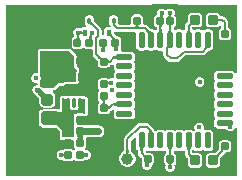
<source format=gtl>
G04*
G04 #@! TF.GenerationSoftware,Altium Limited,Altium Designer,21.8.1 (53)*
G04*
G04 Layer_Physical_Order=1*
G04 Layer_Color=255*
%FSLAX25Y25*%
%MOIN*%
G70*
G04*
G04 #@! TF.SameCoordinates,FA860FD0-AEA4-4FFE-92F8-4FAB6C871CC1*
G04*
G04*
G04 #@! TF.FilePolarity,Positive*
G04*
G01*
G75*
%ADD10C,0.00787*%
G04:AMPARAMS|DCode=13|XSize=23.62mil|YSize=25.59mil|CornerRadius=3.9mil|HoleSize=0mil|Usage=FLASHONLY|Rotation=180.000|XOffset=0mil|YOffset=0mil|HoleType=Round|Shape=RoundedRectangle|*
%AMROUNDEDRECTD13*
21,1,0.02362,0.01780,0,0,180.0*
21,1,0.01583,0.02559,0,0,180.0*
1,1,0.00780,-0.00791,0.00890*
1,1,0.00780,0.00791,0.00890*
1,1,0.00780,0.00791,-0.00890*
1,1,0.00780,-0.00791,-0.00890*
%
%ADD13ROUNDEDRECTD13*%
G04:AMPARAMS|DCode=14|XSize=16.54mil|YSize=19.68mil|CornerRadius=2.4mil|HoleSize=0mil|Usage=FLASHONLY|Rotation=180.000|XOffset=0mil|YOffset=0mil|HoleType=Round|Shape=RoundedRectangle|*
%AMROUNDEDRECTD14*
21,1,0.01654,0.01489,0,0,180.0*
21,1,0.01174,0.01968,0,0,180.0*
1,1,0.00480,-0.00587,0.00745*
1,1,0.00480,0.00587,0.00745*
1,1,0.00480,0.00587,-0.00745*
1,1,0.00480,-0.00587,-0.00745*
%
%ADD14ROUNDEDRECTD14*%
G04:AMPARAMS|DCode=15|XSize=12.6mil|YSize=19.68mil|CornerRadius=1.83mil|HoleSize=0mil|Usage=FLASHONLY|Rotation=180.000|XOffset=0mil|YOffset=0mil|HoleType=Round|Shape=RoundedRectangle|*
%AMROUNDEDRECTD15*
21,1,0.01260,0.01603,0,0,180.0*
21,1,0.00895,0.01968,0,0,180.0*
1,1,0.00365,-0.00447,0.00802*
1,1,0.00365,0.00447,0.00802*
1,1,0.00365,0.00447,-0.00802*
1,1,0.00365,-0.00447,-0.00802*
%
%ADD15ROUNDEDRECTD15*%
G04:AMPARAMS|DCode=16|XSize=19.68mil|YSize=55.12mil|CornerRadius=4.92mil|HoleSize=0mil|Usage=FLASHONLY|Rotation=0.000|XOffset=0mil|YOffset=0mil|HoleType=Round|Shape=RoundedRectangle|*
%AMROUNDEDRECTD16*
21,1,0.01968,0.04528,0,0,0.0*
21,1,0.00984,0.05512,0,0,0.0*
1,1,0.00984,0.00492,-0.02264*
1,1,0.00984,-0.00492,-0.02264*
1,1,0.00984,-0.00492,0.02264*
1,1,0.00984,0.00492,0.02264*
%
%ADD16ROUNDEDRECTD16*%
G04:AMPARAMS|DCode=17|XSize=19.68mil|YSize=55.12mil|CornerRadius=4.92mil|HoleSize=0mil|Usage=FLASHONLY|Rotation=270.000|XOffset=0mil|YOffset=0mil|HoleType=Round|Shape=RoundedRectangle|*
%AMROUNDEDRECTD17*
21,1,0.01968,0.04528,0,0,270.0*
21,1,0.00984,0.05512,0,0,270.0*
1,1,0.00984,-0.02264,-0.00492*
1,1,0.00984,-0.02264,0.00492*
1,1,0.00984,0.02264,0.00492*
1,1,0.00984,0.02264,-0.00492*
%
%ADD17ROUNDEDRECTD17*%
G04:AMPARAMS|DCode=18|XSize=23.62mil|YSize=25.59mil|CornerRadius=3.9mil|HoleSize=0mil|Usage=FLASHONLY|Rotation=270.000|XOffset=0mil|YOffset=0mil|HoleType=Round|Shape=RoundedRectangle|*
%AMROUNDEDRECTD18*
21,1,0.02362,0.01780,0,0,270.0*
21,1,0.01583,0.02559,0,0,270.0*
1,1,0.00780,-0.00890,-0.00791*
1,1,0.00780,-0.00890,0.00791*
1,1,0.00780,0.00890,0.00791*
1,1,0.00780,0.00890,-0.00791*
%
%ADD18ROUNDEDRECTD18*%
G04:AMPARAMS|DCode=19|XSize=37.4mil|YSize=37.4mil|CornerRadius=5.98mil|HoleSize=0mil|Usage=FLASHONLY|Rotation=180.000|XOffset=0mil|YOffset=0mil|HoleType=Round|Shape=RoundedRectangle|*
%AMROUNDEDRECTD19*
21,1,0.03740,0.02543,0,0,180.0*
21,1,0.02543,0.03740,0,0,180.0*
1,1,0.01197,-0.01272,0.01272*
1,1,0.01197,0.01272,0.01272*
1,1,0.01197,0.01272,-0.01272*
1,1,0.01197,-0.01272,-0.01272*
%
%ADD19ROUNDEDRECTD19*%
G04:AMPARAMS|DCode=20|XSize=31.5mil|YSize=31.5mil|CornerRadius=3.94mil|HoleSize=0mil|Usage=FLASHONLY|Rotation=270.000|XOffset=0mil|YOffset=0mil|HoleType=Round|Shape=RoundedRectangle|*
%AMROUNDEDRECTD20*
21,1,0.03150,0.02362,0,0,270.0*
21,1,0.02362,0.03150,0,0,270.0*
1,1,0.00787,-0.01181,-0.01181*
1,1,0.00787,-0.01181,0.01181*
1,1,0.00787,0.01181,0.01181*
1,1,0.00787,0.01181,-0.01181*
%
%ADD20ROUNDEDRECTD20*%
G04:AMPARAMS|DCode=23|XSize=57.09mil|YSize=45.28mil|CornerRadius=5.89mil|HoleSize=0mil|Usage=FLASHONLY|Rotation=0.000|XOffset=0mil|YOffset=0mil|HoleType=Round|Shape=RoundedRectangle|*
%AMROUNDEDRECTD23*
21,1,0.05709,0.03350,0,0,0.0*
21,1,0.04532,0.04528,0,0,0.0*
1,1,0.01177,0.02266,-0.01675*
1,1,0.01177,-0.02266,-0.01675*
1,1,0.01177,-0.02266,0.01675*
1,1,0.01177,0.02266,0.01675*
%
%ADD23ROUNDEDRECTD23*%
%ADD24C,0.03937*%
G04:AMPARAMS|DCode=37|XSize=13.78mil|YSize=33.47mil|CornerRadius=2.27mil|HoleSize=0mil|Usage=FLASHONLY|Rotation=0.000|XOffset=0mil|YOffset=0mil|HoleType=Round|Shape=RoundedRectangle|*
%AMROUNDEDRECTD37*
21,1,0.01378,0.02892,0,0,0.0*
21,1,0.00923,0.03347,0,0,0.0*
1,1,0.00455,0.00462,-0.01446*
1,1,0.00455,-0.00462,-0.01446*
1,1,0.00455,-0.00462,0.01446*
1,1,0.00455,0.00462,0.01446*
%
%ADD37ROUNDEDRECTD37*%
G04:AMPARAMS|DCode=38|XSize=40.16mil|YSize=62.99mil|CornerRadius=2.01mil|HoleSize=0mil|Usage=FLASHONLY|Rotation=270.000|XOffset=0mil|YOffset=0mil|HoleType=Round|Shape=RoundedRectangle|*
%AMROUNDEDRECTD38*
21,1,0.04016,0.05898,0,0,270.0*
21,1,0.03614,0.06299,0,0,270.0*
1,1,0.00402,-0.02949,-0.01807*
1,1,0.00402,-0.02949,0.01807*
1,1,0.00402,0.02949,0.01807*
1,1,0.00402,0.02949,-0.01807*
%
%ADD38ROUNDEDRECTD38*%
%ADD39C,0.01575*%
%ADD40C,0.02362*%
%ADD41C,0.01575*%
G36*
X77741Y5863D02*
X77498Y5784D01*
X77241Y5779D01*
X77002Y6136D01*
X76580Y6418D01*
X76083Y6517D01*
X71555D01*
X71057Y6418D01*
X70635Y6136D01*
X70354Y5714D01*
X70254Y5217D01*
Y4232D01*
X70354Y3735D01*
X70635Y3313D01*
Y2987D01*
X70354Y2565D01*
X70254Y2067D01*
Y1083D01*
X70354Y585D01*
X70635Y163D01*
Y-163D01*
X70354Y-585D01*
X70254Y-1083D01*
Y-2067D01*
X70354Y-2565D01*
X70508Y-2796D01*
X70595Y-3150D01*
X70508Y-3503D01*
X70354Y-3735D01*
X70254Y-4232D01*
Y-5217D01*
X70354Y-5714D01*
X70508Y-5946D01*
X70595Y-6299D01*
X70508Y-6653D01*
X70354Y-6884D01*
X70254Y-7382D01*
Y-8366D01*
X70354Y-8864D01*
X70508Y-9095D01*
X70595Y-9449D01*
X70508Y-9802D01*
X70354Y-10034D01*
X70254Y-10531D01*
Y-11516D01*
X70354Y-12014D01*
X70635Y-12435D01*
X71057Y-12717D01*
X71555Y-12816D01*
X74144D01*
X74259Y-13094D01*
X74701Y-13536D01*
X75278Y-13776D01*
X75903D01*
X76480Y-13536D01*
X76922Y-13094D01*
X77161Y-12517D01*
X77241Y-12415D01*
X77548Y-12488D01*
X77741Y-12643D01*
Y-28528D01*
X803D01*
Y28528D01*
X77741D01*
Y5863D01*
D02*
G37*
G36*
X75965Y-11512D02*
X74931Y-11775D01*
X74948Y-11741D01*
X74957Y-11704D01*
X74958Y-11664D01*
X74950Y-11620D01*
X74934Y-11575D01*
X74910Y-11526D01*
X74877Y-11474D01*
X74836Y-11420D01*
X74787Y-11362D01*
X74729Y-11302D01*
X75364Y-10824D01*
X75965Y-11512D01*
D02*
G37*
%LPC*%
G36*
X55836Y27256D02*
X55211D01*
X54634Y27017D01*
X54466Y26849D01*
X54140Y26613D01*
X53813Y26849D01*
X53646Y27017D01*
X53068Y27256D01*
X52443D01*
X51866Y27017D01*
X51424Y26575D01*
X51185Y25997D01*
Y25373D01*
X51081Y25177D01*
X50818Y25125D01*
X50430Y24866D01*
X50170Y24477D01*
X50079Y24020D01*
Y22240D01*
X50170Y21782D01*
X50430Y21394D01*
X50818Y21135D01*
X51162Y21067D01*
Y20254D01*
X50711Y19980D01*
X50700Y19977D01*
X50434Y20043D01*
X50202Y20198D01*
X49705Y20297D01*
X49376D01*
X49366Y20303D01*
X49259Y20383D01*
X48997Y20612D01*
X48095Y21514D01*
X47706Y21774D01*
X47247Y21866D01*
X46882D01*
X46574Y22240D01*
Y24020D01*
X46483Y24477D01*
X46224Y24866D01*
X45836Y25125D01*
X45378Y25216D01*
X43795D01*
X43338Y25125D01*
X42949Y24866D01*
X42690Y24477D01*
X42599Y24020D01*
Y22240D01*
X42292Y21866D01*
X38475D01*
X38131Y22256D01*
X38145Y22328D01*
Y23932D01*
X38070Y24308D01*
X37856Y24628D01*
X37537Y24842D01*
X37160Y24917D01*
X36265D01*
X35888Y24842D01*
X35569Y24628D01*
X35355Y24308D01*
X35280Y23932D01*
Y22328D01*
X35355Y21951D01*
X35569Y21632D01*
X35703Y21542D01*
X35715Y21481D01*
X35452Y21046D01*
X35444Y21040D01*
X35344Y20981D01*
X34551D01*
X34152Y20901D01*
X33813Y20675D01*
X33587Y20337D01*
X33507Y19937D01*
Y18593D01*
X33122Y18255D01*
X33086Y18237D01*
X32795Y18339D01*
Y20020D01*
X32703Y20479D01*
X32443Y20868D01*
X30268Y23044D01*
X30160Y23160D01*
X30087Y23251D01*
X30074Y23270D01*
Y23932D01*
X29999Y24308D01*
X29785Y24628D01*
X29466Y24842D01*
X29089Y24917D01*
X28194D01*
X27817Y24842D01*
X27498Y24628D01*
X27284Y24308D01*
X27209Y23932D01*
Y22328D01*
X27284Y21951D01*
X27498Y21632D01*
X27741Y21469D01*
X27700Y21235D01*
X27700D01*
X27654Y20981D01*
X27632Y20981D01*
X26480D01*
X26081Y20901D01*
X25742Y20675D01*
X25674Y20573D01*
X25214Y20764D01*
X24589D01*
X24012Y20525D01*
X23570Y20083D01*
X23331Y19505D01*
Y18880D01*
X23543Y18369D01*
X23498Y18099D01*
X23393Y17800D01*
X23067Y17582D01*
X22808Y17194D01*
X22717Y16736D01*
Y14957D01*
X22808Y14499D01*
X23067Y14111D01*
X23456Y13852D01*
X23913Y13760D01*
X25496D01*
X25954Y13852D01*
X26342Y14111D01*
X26373Y14157D01*
X26974D01*
X27005Y14111D01*
X27393Y13852D01*
X27850Y13760D01*
X29433D01*
X29808Y13453D01*
Y11906D01*
X29899Y11446D01*
X30159Y11057D01*
X31208Y10008D01*
X31329Y9878D01*
X31379Y9817D01*
Y8658D01*
X31470Y8200D01*
X31729Y7812D01*
X32117Y7552D01*
X32575Y7461D01*
X34354D01*
X34812Y7552D01*
X35200Y7812D01*
X35460Y8200D01*
X35469Y8249D01*
X35531D01*
X35991Y8340D01*
X36318Y8559D01*
X36581Y8465D01*
X36790Y8303D01*
Y7382D01*
X36889Y6884D01*
X37044Y6653D01*
X37131Y6299D01*
X37044Y5946D01*
X36889Y5714D01*
X36790Y5217D01*
Y4286D01*
X36662Y4146D01*
X36340Y3931D01*
X36336Y3933D01*
X35711D01*
X35134Y3694D01*
X35107Y3668D01*
X35010Y3732D01*
X35009Y3733D01*
X35009Y3734D01*
X34812Y3865D01*
X34354Y3956D01*
X32575D01*
X32117Y3865D01*
X31729Y3606D01*
X31470Y3218D01*
X31379Y2760D01*
Y1177D01*
X31470Y719D01*
X31729Y331D01*
X31775Y301D01*
Y-301D01*
X31729Y-331D01*
X31470Y-719D01*
X31379Y-1177D01*
Y-2760D01*
X31470Y-3218D01*
X31729Y-3606D01*
X31854Y-3689D01*
Y-4284D01*
X31729Y-4367D01*
X31470Y-4755D01*
X31379Y-5213D01*
Y-6795D01*
X31470Y-7253D01*
X31729Y-7641D01*
X32117Y-7900D01*
X32575Y-7992D01*
X34354D01*
X34812Y-7900D01*
X35200Y-7641D01*
X35460Y-7253D01*
X35517Y-6966D01*
X35923Y-6885D01*
X36313Y-6625D01*
X36498Y-6440D01*
X36808Y-6554D01*
X36938Y-6811D01*
X36889Y-6884D01*
X36790Y-7382D01*
Y-8366D01*
X36889Y-8864D01*
X37171Y-9286D01*
X37593Y-9568D01*
X38091Y-9667D01*
X42618D01*
X43116Y-9568D01*
X43538Y-9286D01*
X43820Y-8864D01*
X43919Y-8366D01*
Y-7382D01*
X43820Y-6884D01*
X43538Y-6462D01*
X43665Y-5946D01*
X43820Y-5714D01*
X43919Y-5217D01*
Y-4232D01*
X43820Y-3735D01*
X43665Y-3503D01*
X43578Y-3150D01*
X43665Y-2796D01*
X43820Y-2565D01*
X43919Y-2067D01*
Y-1083D01*
X43820Y-585D01*
X43665Y-353D01*
X43578Y0D01*
X43665Y353D01*
X43820Y585D01*
X43919Y1083D01*
Y2067D01*
X43820Y2565D01*
X43665Y2796D01*
X43578Y3150D01*
X43665Y3503D01*
X43820Y3735D01*
X43919Y4232D01*
Y5217D01*
X43820Y5714D01*
X43665Y5946D01*
X43578Y6299D01*
X43665Y6653D01*
X43820Y6884D01*
X43919Y7382D01*
Y8366D01*
X43820Y8864D01*
X43538Y9286D01*
Y9612D01*
X43820Y10034D01*
X43919Y10531D01*
Y11516D01*
X43820Y12014D01*
X43538Y12435D01*
X43116Y12717D01*
X42618Y12816D01*
X39530D01*
X39252Y13232D01*
X39268Y13270D01*
Y13895D01*
X39087Y14331D01*
X39200Y14499D01*
X39291Y14957D01*
Y16736D01*
X39200Y17194D01*
X38940Y17582D01*
X38552Y17841D01*
X38094Y17932D01*
X37771D01*
X37761Y17980D01*
X37501Y18370D01*
X36957Y18914D01*
X36918Y18956D01*
X36937Y19334D01*
X36937Y19334D01*
X37438Y19557D01*
X37898Y19465D01*
X43970D01*
X44287Y19079D01*
X44270Y18996D01*
Y14469D01*
X44369Y13971D01*
X44651Y13549D01*
X45073Y13267D01*
X45571Y13168D01*
X46555D01*
X47053Y13267D01*
X47284Y13422D01*
X47638Y13509D01*
X47991Y13422D01*
X48223Y13267D01*
X48720Y13168D01*
X49705D01*
X50202Y13267D01*
X50434Y13422D01*
X50787Y13509D01*
X51141Y13422D01*
X51372Y13267D01*
X51870Y13168D01*
X52854D01*
X52937Y13184D01*
X53323Y12867D01*
Y11790D01*
X53415Y11331D01*
X53675Y10942D01*
X54921Y9696D01*
X55310Y9436D01*
X55770Y9344D01*
X57870D01*
X58330Y9436D01*
X58719Y9696D01*
X59948Y10925D01*
X59965Y10936D01*
X60628Y11599D01*
X66395D01*
X66855Y11690D01*
X67244Y11951D01*
X68429Y13136D01*
X68451Y13168D01*
X68602D01*
X69100Y13267D01*
X69522Y13549D01*
X69804Y13971D01*
X69903Y14469D01*
Y18996D01*
X69804Y19494D01*
X69522Y19916D01*
X69100Y20198D01*
X68602Y20297D01*
X67618D01*
X67120Y20198D01*
X66698Y19916D01*
X66182Y20043D01*
X65951Y20198D01*
X65453Y20297D01*
X64468D01*
X63971Y20198D01*
X63549Y19916D01*
X63443D01*
X63011Y20328D01*
Y20861D01*
X63019Y20869D01*
X63145Y20986D01*
X63217Y21044D01*
X65059D01*
X65518Y21135D01*
X65908Y21395D01*
X66168Y21785D01*
X66259Y22244D01*
Y24606D01*
X66168Y25066D01*
X65908Y25455D01*
X65518Y25715D01*
X65059Y25806D01*
X62697D01*
X62238Y25715D01*
X61848Y25455D01*
X61588Y25066D01*
X61497Y24606D01*
Y22767D01*
X61351Y22596D01*
X60962Y22207D01*
X60702Y21818D01*
X60611Y21358D01*
Y20254D01*
X60160Y19980D01*
X60149Y19977D01*
X59883Y20043D01*
X59651Y20198D01*
X59153Y20297D01*
X58169D01*
X57672Y20198D01*
X57440Y20043D01*
X57174Y19977D01*
X57165Y19979D01*
X56712Y20334D01*
Y21106D01*
X56859Y21135D01*
X57247Y21394D01*
X57507Y21782D01*
X57598Y22240D01*
Y24020D01*
X57507Y24477D01*
X57247Y24866D01*
X56963Y25056D01*
X57094Y25373D01*
Y25997D01*
X56855Y26575D01*
X56413Y27017D01*
X55836Y27256D01*
D02*
G37*
G36*
X70965Y25806D02*
X68602D01*
X68143Y25715D01*
X67754Y25455D01*
X67493Y25066D01*
X67402Y24606D01*
Y22244D01*
X67493Y21785D01*
X67754Y21395D01*
X68143Y21135D01*
X68602Y21044D01*
X70965D01*
X71424Y21135D01*
X71813Y21395D01*
X71851Y21452D01*
X72508Y21604D01*
X72619Y21527D01*
Y20627D01*
X72471Y20597D01*
X72083Y20338D01*
X71824Y19950D01*
X71733Y19492D01*
Y17909D01*
X71824Y17452D01*
X72083Y17064D01*
X72471Y16804D01*
X72929Y16713D01*
X74709D01*
X75166Y16804D01*
X75555Y17064D01*
X75814Y17452D01*
X75905Y17909D01*
Y19492D01*
X75814Y19950D01*
X75555Y20338D01*
X75166Y20597D01*
X75019Y20627D01*
Y22539D01*
X74928Y22999D01*
X74668Y23388D01*
X73782Y24274D01*
X73392Y24534D01*
X72933Y24625D01*
X72161D01*
X72073Y25066D01*
X71813Y25455D01*
X71424Y25715D01*
X70965Y25806D01*
D02*
G37*
G36*
X21850Y13791D02*
X12303D01*
X11998Y13730D01*
X11738Y13557D01*
X11565Y13298D01*
X11504Y12992D01*
Y5776D01*
X11165Y5549D01*
X10540D01*
X9963Y5310D01*
X9521Y4868D01*
X9282Y4291D01*
Y3666D01*
X9521Y3089D01*
X9963Y2647D01*
X10540Y2408D01*
X11165D01*
X11504Y2181D01*
Y1602D01*
X11270D01*
X11115Y1571D01*
X10957D01*
X10812Y1510D01*
X10657Y1480D01*
X10526Y1392D01*
X10380Y1332D01*
X10268Y1220D01*
X10137Y1132D01*
X10050Y1001D01*
X9938Y890D01*
X9878Y744D01*
X9790Y613D01*
X9759Y458D01*
X9699Y313D01*
Y155D01*
X9668Y0D01*
X9699Y-155D01*
Y-313D01*
X9759Y-458D01*
X9790Y-613D01*
X9878Y-744D01*
X9938Y-890D01*
X10050Y-1001D01*
X10137Y-1132D01*
X10268Y-1220D01*
X10380Y-1332D01*
X10526Y-1392D01*
X10657Y-1480D01*
X10749Y-1498D01*
X11395Y-2144D01*
X11659Y-2428D01*
X11848Y-2664D01*
X11985Y-2859D01*
Y-4421D01*
X12092Y-4961D01*
X12397Y-5418D01*
X12855Y-5723D01*
X13394Y-5830D01*
X15937D01*
X16476Y-5723D01*
X16933Y-5418D01*
X17239Y-4961D01*
X17346Y-4421D01*
Y-1878D01*
X17239Y-1339D01*
X16933Y-882D01*
X16526Y-610D01*
X16524Y-575D01*
X16704Y-110D01*
X17010Y-49D01*
X17269Y124D01*
X18610Y1465D01*
X19795D01*
X19872Y1480D01*
X19951D01*
X20023Y1510D01*
X20100Y1526D01*
X20166Y1570D01*
X20238Y1600D01*
X20294Y1655D01*
X20359Y1699D01*
X20403Y1764D01*
X20459Y1820D01*
X20798Y1834D01*
X21192Y1756D01*
X22115D01*
X22510Y1834D01*
X22638Y1920D01*
X22766Y1834D01*
X23160Y1756D01*
X24084D01*
X24478Y1834D01*
X24812Y2058D01*
X25036Y2392D01*
X25114Y2786D01*
Y5678D01*
X25059Y5955D01*
X25064Y5963D01*
X25080Y6000D01*
X25105Y6030D01*
X25139Y6143D01*
X25184Y6251D01*
Y6291D01*
X25195Y6329D01*
X25233Y6712D01*
X25229Y6752D01*
X25237Y6791D01*
X25214Y6906D01*
X25202Y7023D01*
X25184Y7057D01*
X25176Y7096D01*
X25111Y7194D01*
X25056Y7297D01*
X25025Y7323D01*
X25003Y7356D01*
X24421Y7937D01*
Y8857D01*
X24406Y8934D01*
Y9013D01*
X24402Y9031D01*
Y10654D01*
X24406Y10672D01*
Y10751D01*
X24421Y10828D01*
Y11220D01*
X24360Y11526D01*
X24187Y11785D01*
X22415Y13557D01*
X22156Y13730D01*
X21850Y13791D01*
D02*
G37*
G36*
X65716Y4327D02*
X65091D01*
X64514Y4088D01*
X64072Y3646D01*
X63833Y3068D01*
Y2443D01*
X64072Y1866D01*
X64514Y1424D01*
X65091Y1185D01*
X65716D01*
X66294Y1424D01*
X66735Y1866D01*
X66975Y2443D01*
Y3068D01*
X66735Y3646D01*
X66294Y4088D01*
X65716Y4327D01*
D02*
G37*
G36*
X26052Y-1756D02*
X25129D01*
X24735Y-1834D01*
X24606Y-1920D01*
X24478Y-1834D01*
X24084Y-1756D01*
X23160D01*
X22766Y-1834D01*
X22638Y-1920D01*
X22510Y-1834D01*
X22115Y-1756D01*
X21192D01*
X20798Y-1834D01*
X20589Y-1974D01*
X20530Y-1935D01*
X20507Y-1925D01*
X20488Y-1908D01*
X20364Y-1866D01*
X20242Y-1815D01*
X20217D01*
X20193Y-1807D01*
X20062Y-1815D01*
X19931D01*
X19907Y-1825D01*
X19882Y-1827D01*
X19382Y-1959D01*
X19334Y-1983D01*
X19281Y-1993D01*
X19195Y-2051D01*
X19102Y-2096D01*
X19067Y-2137D01*
X19022Y-2166D01*
X18964Y-2252D01*
X18896Y-2330D01*
X18879Y-2381D01*
X18849Y-2426D01*
X18828Y-2527D01*
X18795Y-2625D01*
X18798Y-2679D01*
X18788Y-2731D01*
Y-6386D01*
X17875D01*
X17817Y-6375D01*
X13285D01*
X12750Y-6481D01*
X12296Y-6784D01*
X11993Y-7238D01*
X11886Y-7774D01*
Y-11124D01*
X11993Y-11659D01*
X12296Y-12113D01*
X12750Y-12416D01*
X13285Y-12523D01*
X17594D01*
X18788Y-13717D01*
Y-15748D01*
X18849Y-16054D01*
X19022Y-16313D01*
X19281Y-16486D01*
X19587Y-16547D01*
X20365D01*
X20442Y-16532D01*
X20521D01*
X20594Y-16501D01*
X20671Y-16486D01*
X20677Y-16482D01*
X20941Y-16429D01*
X22366D01*
X22630Y-16482D01*
X22637Y-16486D01*
X22714Y-16501D01*
X22786Y-16532D01*
X22865Y-16532D01*
X22942Y-16547D01*
X23149D01*
X23603Y-16827D01*
Y-18606D01*
X23694Y-19064D01*
X23953Y-19452D01*
X23806Y-19919D01*
X23775Y-19965D01*
X23174D01*
X23143Y-19919D01*
X22755Y-19659D01*
X22297Y-19568D01*
X20715D01*
X20257Y-19659D01*
X19869Y-19919D01*
X19726Y-20133D01*
X19604Y-20083D01*
X18979D01*
X18402Y-20322D01*
X17960Y-20764D01*
X17720Y-21341D01*
Y-21966D01*
X17960Y-22543D01*
X18402Y-22985D01*
X18979Y-23224D01*
X19604D01*
X19725Y-23174D01*
X19869Y-23390D01*
X20257Y-23649D01*
X20715Y-23740D01*
X22297D01*
X22755Y-23649D01*
X23143Y-23390D01*
X23174Y-23344D01*
X23775D01*
X23806Y-23390D01*
X24194Y-23649D01*
X24652Y-23740D01*
X26234D01*
X26692Y-23649D01*
X27080Y-23390D01*
X27224Y-23174D01*
X27345Y-23224D01*
X27970D01*
X28547Y-22985D01*
X28989Y-22543D01*
X29228Y-21966D01*
Y-21341D01*
X28989Y-20764D01*
X28547Y-20322D01*
X27970Y-20083D01*
X27689D01*
X27219Y-19646D01*
X27212Y-19621D01*
X27219Y-19479D01*
X27228Y-19452D01*
X27487Y-19064D01*
X27578Y-18606D01*
Y-16827D01*
X27528Y-16574D01*
X27528Y-16565D01*
X27523Y-16550D01*
X27487Y-16369D01*
X27428Y-16280D01*
X27424Y-16271D01*
X27544Y-15946D01*
X27562Y-15919D01*
X27630Y-15855D01*
X27751Y-15786D01*
X27760Y-15783D01*
X31693D01*
X32459Y-15630D01*
X33109Y-15196D01*
X33544Y-14546D01*
X33696Y-13780D01*
X33544Y-13013D01*
X33109Y-12363D01*
X32459Y-11929D01*
X31693Y-11777D01*
X26799D01*
X26382Y-11694D01*
X24799D01*
X24421Y-11383D01*
Y-10828D01*
X24406Y-10751D01*
Y-10672D01*
X24402Y-10654D01*
Y-9150D01*
X24458Y-8658D01*
X24530Y-8627D01*
X24608Y-8612D01*
X24614Y-8608D01*
X24878Y-8555D01*
X26303D01*
X26655Y-8625D01*
X26703Y-8645D01*
X26705Y-8646D01*
X26706Y-8646D01*
X26860D01*
X27015Y-8647D01*
X27515Y-8550D01*
X27589Y-8519D01*
X27668Y-8503D01*
X27732Y-8461D01*
X27803Y-8432D01*
X27860Y-8375D01*
X27927Y-8330D01*
X27970Y-8266D01*
X28025Y-8212D01*
X28056Y-8138D01*
X28100Y-8071D01*
X28115Y-7996D01*
X28145Y-7925D01*
X28145Y-7844D01*
X28161Y-7765D01*
Y-3063D01*
X28153Y-3022D01*
X28157Y-2979D01*
X28122Y-2870D01*
X28100Y-2758D01*
X28076Y-2722D01*
X28064Y-2682D01*
X27991Y-2594D01*
X27927Y-2499D01*
X27892Y-2475D01*
X27864Y-2442D01*
X27700Y-2309D01*
X27632Y-2273D01*
X27572Y-2225D01*
X27236Y-2047D01*
X27125Y-2014D01*
X27018Y-1969D01*
X26977D01*
X26938Y-1957D01*
X26822Y-1969D01*
X26706D01*
X26662Y-1978D01*
X26447Y-1834D01*
X26052Y-1756D01*
D02*
G37*
G36*
X65584Y-10835D02*
X64959D01*
X64382Y-11074D01*
X63940Y-11516D01*
X63701Y-12093D01*
Y-12718D01*
X63898Y-13193D01*
X63544Y-13549D01*
X63223D01*
X62801Y-13267D01*
X62303Y-13168D01*
X61319D01*
X60821Y-13267D01*
X60590Y-13422D01*
X60236Y-13509D01*
X59883Y-13422D01*
X59651Y-13267D01*
X59153Y-13168D01*
X58169D01*
X57672Y-13267D01*
X57440Y-13422D01*
X57087Y-13509D01*
X56733Y-13422D01*
X56502Y-13267D01*
X56004Y-13168D01*
X55020D01*
X54522Y-13267D01*
X54290Y-13422D01*
X53937Y-13509D01*
X53584Y-13422D01*
X53352Y-13267D01*
X52854Y-13168D01*
X51870D01*
X51372Y-13267D01*
X50950Y-13549D01*
X50624D01*
X50202Y-13267D01*
X50190Y-13264D01*
X50123Y-12924D01*
X49862Y-12535D01*
X48683Y-11356D01*
X48294Y-11096D01*
X47835Y-11005D01*
X45474D01*
X45015Y-11096D01*
X44625Y-11356D01*
X40490Y-15491D01*
X40230Y-15881D01*
X40138Y-16340D01*
Y-20267D01*
X40136Y-20291D01*
X40127Y-20348D01*
X40124Y-20358D01*
X39649Y-20632D01*
X39136Y-21145D01*
X38774Y-21772D01*
X38587Y-22472D01*
Y-23197D01*
X38774Y-23897D01*
X39136Y-24524D01*
X39649Y-25037D01*
X40276Y-25399D01*
X40976Y-25587D01*
X41701D01*
X42401Y-25399D01*
X43028Y-25037D01*
X43541Y-24524D01*
X43903Y-23897D01*
X44091Y-23197D01*
Y-22472D01*
X43903Y-21772D01*
X43541Y-21145D01*
X43028Y-20632D01*
X42553Y-20358D01*
X42550Y-20348D01*
X42541Y-20291D01*
X42539Y-20267D01*
Y-16837D01*
X43808Y-15568D01*
X44270Y-15759D01*
Y-18996D01*
X44369Y-19494D01*
X44651Y-19916D01*
X44861Y-20056D01*
X44863Y-20080D01*
Y-21063D01*
X44954Y-21522D01*
X45214Y-21912D01*
X45963Y-22661D01*
X46076Y-22782D01*
X46142Y-22865D01*
Y-24020D01*
X46233Y-24477D01*
X46379Y-24696D01*
X46342Y-24786D01*
Y-25411D01*
X46581Y-25988D01*
X47023Y-26430D01*
X47600Y-26669D01*
X48225D01*
X48803Y-26430D01*
X49245Y-25988D01*
X49484Y-25411D01*
Y-25055D01*
X49767Y-24866D01*
X50026Y-24477D01*
X50117Y-24020D01*
Y-22240D01*
X50026Y-21782D01*
X49767Y-21394D01*
X49379Y-21135D01*
X48921Y-21044D01*
X47765D01*
X47602Y-20904D01*
X47398Y-20700D01*
X47447Y-20142D01*
X47714Y-19980D01*
X47725Y-19977D01*
X47991Y-20043D01*
X48223Y-20198D01*
X48720Y-20297D01*
X49705D01*
X50202Y-20198D01*
X50624Y-19916D01*
X50950D01*
X51372Y-20198D01*
X51870Y-20297D01*
X52854D01*
X53352Y-20198D01*
X53584Y-20043D01*
X53849Y-19977D01*
X53859Y-19979D01*
X54312Y-20334D01*
Y-21168D01*
X53973Y-21394D01*
X53714Y-21782D01*
X53623Y-22240D01*
Y-24020D01*
X53714Y-24477D01*
X53973Y-24866D01*
X54151Y-24984D01*
X53990Y-25373D01*
Y-25997D01*
X54229Y-26575D01*
X54671Y-27017D01*
X55249Y-27256D01*
X55874D01*
X56451Y-27017D01*
X56893Y-26575D01*
X57132Y-25997D01*
Y-25373D01*
X56992Y-25036D01*
X57247Y-24866D01*
X57507Y-24477D01*
X57598Y-24020D01*
Y-22240D01*
X57507Y-21782D01*
X57247Y-21394D01*
X56859Y-21135D01*
X56712Y-21106D01*
Y-20254D01*
X57163Y-19980D01*
X57174Y-19977D01*
X57440Y-20043D01*
X57672Y-20198D01*
X58169Y-20297D01*
X59153D01*
X59651Y-20198D01*
X59883Y-20043D01*
X60149Y-19977D01*
X60158Y-19979D01*
X60611Y-20334D01*
Y-21358D01*
X60702Y-21818D01*
X60962Y-22207D01*
X61322Y-22567D01*
X61439Y-22692D01*
X61497Y-22764D01*
Y-24606D01*
X61588Y-25066D01*
X61848Y-25455D01*
X62238Y-25715D01*
X62697Y-25806D01*
X65059D01*
X65518Y-25715D01*
X65908Y-25455D01*
X66168Y-25066D01*
X66259Y-24606D01*
Y-22244D01*
X66168Y-21785D01*
X65908Y-21395D01*
X65518Y-21135D01*
X65059Y-21044D01*
X63220D01*
X63048Y-20898D01*
X63011Y-20861D01*
Y-20080D01*
X63013Y-20056D01*
X63223Y-19916D01*
X63549D01*
X63971Y-20198D01*
X64468Y-20297D01*
X65453D01*
X65951Y-20198D01*
X66372Y-19916D01*
X66698D01*
X67120Y-20198D01*
X67618Y-20297D01*
X68602D01*
X69100Y-20198D01*
X69522Y-19916D01*
X69804Y-19494D01*
X69903Y-18996D01*
Y-14469D01*
X69804Y-13971D01*
X69522Y-13549D01*
X69100Y-13267D01*
X68602Y-13168D01*
X67618D01*
X67159Y-13259D01*
X67014Y-13157D01*
X66766Y-12902D01*
X66843Y-12718D01*
Y-12093D01*
X66603Y-11516D01*
X66162Y-11074D01*
X65584Y-10835D01*
D02*
G37*
G36*
X74709Y-16713D02*
X72929D01*
X72471Y-16804D01*
X72083Y-17064D01*
X71824Y-17452D01*
X71733Y-17909D01*
Y-19492D01*
X71780Y-19731D01*
X70642Y-20869D01*
X70517Y-20986D01*
X70445Y-21044D01*
X68602D01*
X68143Y-21135D01*
X67754Y-21395D01*
X67493Y-21785D01*
X67402Y-22244D01*
Y-24606D01*
X67493Y-25066D01*
X67754Y-25455D01*
X68143Y-25715D01*
X68602Y-25806D01*
X70965D01*
X71424Y-25715D01*
X71813Y-25455D01*
X72073Y-25066D01*
X72165Y-24606D01*
Y-22767D01*
X72310Y-22596D01*
X73848Y-21058D01*
X74095Y-20688D01*
X74709D01*
X75166Y-20597D01*
X75555Y-20338D01*
X75814Y-19950D01*
X75905Y-19492D01*
Y-17909D01*
X75814Y-17452D01*
X75555Y-17064D01*
X75166Y-16804D01*
X74709Y-16713D01*
D02*
G37*
%LPD*%
G36*
X52753Y25123D02*
X53306Y25122D01*
X53276Y25088D01*
X53250Y25049D01*
X53226Y25004D01*
X53205Y24953D01*
X53188Y24897D01*
X53174Y24835D01*
X53163Y24767D01*
X53159Y24736D01*
X53190Y24234D01*
X53202Y24194D01*
X53214Y24167D01*
X51968Y24393D01*
X52042Y24388D01*
X52109Y24402D01*
X52168Y24435D01*
X52219Y24487D01*
X52263Y24557D01*
X52298Y24646D01*
X52326Y24755D01*
X52337Y24829D01*
X52336Y24836D01*
X52322Y24898D01*
X52305Y24955D01*
X52284Y25005D01*
X52261Y25050D01*
X52234Y25090D01*
X52204Y25123D01*
X52359Y25123D01*
X52361Y25192D01*
X52753Y25123D01*
D02*
G37*
G36*
X55920Y25123D02*
X56076Y25123D01*
X56046Y25090D01*
X56019Y25050D01*
X55995Y25005D01*
X55975Y24955D01*
X55958Y24898D01*
X55944Y24840D01*
X55954Y24783D01*
X55981Y24679D01*
X56017Y24591D01*
X56060Y24519D01*
X56111Y24463D01*
X56170Y24423D01*
X56237Y24400D01*
X56312Y24393D01*
X54739Y24377D01*
X54814Y24386D01*
X54880Y24411D01*
X54939Y24452D01*
X54990Y24509D01*
X55033Y24583D01*
X55068Y24672D01*
X55096Y24778D01*
X55105Y24837D01*
X55091Y24897D01*
X55074Y24953D01*
X55054Y25004D01*
X55030Y25049D01*
X55003Y25088D01*
X54973Y25122D01*
X55129Y25122D01*
X55131Y25192D01*
X55918D01*
X55920Y25123D01*
D02*
G37*
G36*
X63421Y21867D02*
X63361Y21910D01*
X63289Y21931D01*
X63207Y21930D01*
X63112Y21907D01*
X63007Y21861D01*
X62890Y21793D01*
X62761Y21703D01*
X62621Y21590D01*
X62308Y21298D01*
X61751Y21855D01*
X61908Y22017D01*
X62155Y22308D01*
X62246Y22437D01*
X62314Y22554D01*
X62359Y22660D01*
X62383Y22754D01*
X62384Y22837D01*
X62363Y22908D01*
X62320Y22968D01*
X63421Y21867D01*
D02*
G37*
G36*
X37286Y22191D02*
X37282Y22174D01*
X37279Y22148D01*
X37273Y22066D01*
X37268Y21689D01*
X36481D01*
X36480Y21778D01*
X36459Y22082D01*
X36450Y22115D01*
X36441Y22138D01*
X36431Y22151D01*
X36419Y22156D01*
X37290Y22198D01*
X37286Y22191D01*
D02*
G37*
G36*
X29227Y23385D02*
X29213Y23307D01*
X29219Y23219D01*
X29245Y23122D01*
X29292Y23015D01*
X29359Y22899D01*
X29446Y22773D01*
X29554Y22639D01*
X29831Y22341D01*
X29471Y21587D01*
X29299Y21753D01*
X28997Y22012D01*
X28865Y22105D01*
X28747Y22174D01*
X28643Y22219D01*
X28551Y22239D01*
X28473Y22236D01*
X28408Y22208D01*
X28357Y22156D01*
X29262Y23454D01*
X29227Y23385D01*
D02*
G37*
G36*
X56299Y21867D02*
X56224Y21860D01*
X56157Y21836D01*
X56098Y21797D01*
X56047Y21741D01*
X56004Y21669D01*
X55968Y21581D01*
X55941Y21477D01*
X55921Y21357D01*
X55910Y21220D01*
X55905Y21068D01*
X55118D01*
X55114Y21222D01*
X55102Y21361D01*
X55083Y21483D01*
X55055Y21589D01*
X55020Y21679D01*
X54977Y21753D01*
X54926Y21810D01*
X54868Y21851D01*
X54801Y21877D01*
X54727Y21886D01*
X56299Y21867D01*
D02*
G37*
G36*
X53059Y21914D02*
X52996Y21852D01*
X52939Y21782D01*
X52891Y21704D01*
X52850Y21618D01*
X52816Y21524D01*
X52790Y21421D01*
X52771Y21312D01*
X52760Y21194D01*
X52756Y21068D01*
X51968D01*
X51965Y21224D01*
X51953Y21363D01*
X51933Y21486D01*
X51906Y21591D01*
X51870Y21680D01*
X51827Y21751D01*
X51776Y21806D01*
X51717Y21843D01*
X51650Y21864D01*
X51575Y21867D01*
X53131Y21968D01*
X53059Y21914D01*
D02*
G37*
G36*
X45298Y21859D02*
X45232Y21835D01*
X45173Y21795D01*
X45121Y21739D01*
X45078Y21667D01*
X45043Y21579D01*
X45026Y21518D01*
X45050Y21445D01*
X45105Y21342D01*
X45176Y21256D01*
X45263Y21185D01*
X45365Y21130D01*
X45483Y21091D01*
X45617Y21067D01*
X45767Y21059D01*
X44586Y20272D01*
X43405Y21059D01*
X43554Y21067D01*
X43688Y21091D01*
X43806Y21130D01*
X43909Y21185D01*
X43995Y21256D01*
X44066Y21342D01*
X44121Y21445D01*
X44146Y21518D01*
X44129Y21579D01*
X44094Y21667D01*
X44050Y21739D01*
X43999Y21795D01*
X43940Y21835D01*
X43873Y21859D01*
X43799Y21867D01*
X45373D01*
X45298Y21859D01*
D02*
G37*
G36*
X26262Y18410D02*
X26254Y18484D01*
X26230Y18550D01*
X26189Y18609D01*
X26132Y18659D01*
X26058Y18702D01*
X25968Y18737D01*
X25862Y18764D01*
X25776Y18778D01*
X25751Y18774D01*
X25689Y18760D01*
X25633Y18743D01*
X25582Y18722D01*
X25537Y18698D01*
X25498Y18672D01*
X25464Y18642D01*
Y18799D01*
X25446Y18799D01*
Y19587D01*
X25464Y19587D01*
Y19744D01*
X25498Y19714D01*
X25537Y19687D01*
X25582Y19664D01*
X25633Y19643D01*
X25689Y19626D01*
X25751Y19612D01*
X25776Y19608D01*
X25862Y19622D01*
X25968Y19649D01*
X26058Y19684D01*
X26132Y19727D01*
X26189Y19777D01*
X26230Y19836D01*
X26254Y19902D01*
X26262Y19976D01*
X26262Y18410D01*
D02*
G37*
G36*
X62209Y20101D02*
X62220Y19947D01*
X62240Y19811D01*
X62267Y19693D01*
X62301Y19593D01*
X62344Y19511D01*
X62394Y19448D01*
X62452Y19402D01*
X62518Y19375D01*
X62592Y19366D01*
X61030D01*
X61104Y19375D01*
X61170Y19402D01*
X61228Y19448D01*
X61278Y19511D01*
X61321Y19593D01*
X61355Y19693D01*
X61383Y19811D01*
X61402Y19947D01*
X61414Y20101D01*
X61417Y20273D01*
X62205D01*
X62209Y20101D01*
D02*
G37*
G36*
X55909D02*
X55921Y19947D01*
X55940Y19811D01*
X55967Y19693D01*
X56002Y19593D01*
X56045Y19511D01*
X56095Y19448D01*
X56153Y19402D01*
X56219Y19375D01*
X56292Y19366D01*
X54731D01*
X54805Y19375D01*
X54870Y19402D01*
X54928Y19448D01*
X54979Y19511D01*
X55021Y19593D01*
X55056Y19693D01*
X55083Y19811D01*
X55103Y19947D01*
X55114Y20101D01*
X55118Y20273D01*
X55905D01*
X55909Y20101D01*
D02*
G37*
G36*
X52760D02*
X52771Y19947D01*
X52791Y19811D01*
X52818Y19693D01*
X52853Y19593D01*
X52895Y19511D01*
X52946Y19448D01*
X53004Y19402D01*
X53069Y19375D01*
X53143Y19366D01*
X51582D01*
X51655Y19375D01*
X51721Y19402D01*
X51779Y19448D01*
X51829Y19511D01*
X51872Y19593D01*
X51907Y19693D01*
X51934Y19811D01*
X51953Y19947D01*
X51965Y20101D01*
X51968Y20273D01*
X52756D01*
X52760Y20101D01*
D02*
G37*
G36*
X48407Y20067D02*
X48755Y19763D01*
X48908Y19648D01*
X49048Y19557D01*
X49174Y19491D01*
X49286Y19450D01*
X49384Y19433D01*
X49469Y19441D01*
X49540Y19474D01*
X48243Y18567D01*
X48295Y18619D01*
X48324Y18683D01*
X48328Y18760D01*
X48309Y18850D01*
X48266Y18952D01*
X48200Y19068D01*
X48109Y19197D01*
X47995Y19338D01*
X47695Y19660D01*
X48213Y20256D01*
X48407Y20067D01*
D02*
G37*
G36*
X25423Y18597D02*
X25396Y18557D01*
X25372Y18512D01*
X25352Y18462D01*
X25335Y18405D01*
X25321Y18343D01*
X25309Y18276D01*
X25302Y18202D01*
X25295Y18039D01*
X24508D01*
X24506Y18123D01*
X24494Y18276D01*
X24483Y18343D01*
X24468Y18405D01*
X24451Y18462D01*
X24431Y18512D01*
X24407Y18557D01*
X24380Y18597D01*
X24350Y18631D01*
X25453D01*
X25423Y18597D01*
D02*
G37*
G36*
X35916Y19255D02*
X35895Y19184D01*
X35896Y19101D01*
X35920Y19006D01*
X35965Y18901D01*
X36033Y18784D01*
X36124Y18655D01*
X36236Y18516D01*
X36528Y18202D01*
X35971Y17645D01*
X35809Y17802D01*
X35518Y18050D01*
X35389Y18140D01*
X35272Y18208D01*
X35167Y18254D01*
X35072Y18277D01*
X34990Y18278D01*
X34918Y18257D01*
X34858Y18214D01*
X35959Y19316D01*
X35916Y19255D01*
D02*
G37*
G36*
X25299Y17749D02*
X25311Y17605D01*
X25330Y17478D01*
X25357Y17367D01*
X25392Y17273D01*
X25435Y17196D01*
X25485Y17135D01*
X25543Y17090D01*
X25609Y17063D01*
X25682Y17052D01*
X24114Y17109D01*
X24189Y17115D01*
X24256Y17137D01*
X24315Y17175D01*
X24366Y17230D01*
X24409Y17302D01*
X24445Y17390D01*
X24472Y17495D01*
X24492Y17616D01*
X24504Y17754D01*
X24508Y17909D01*
X25295D01*
X25299Y17749D01*
D02*
G37*
G36*
X29465Y17902D02*
X29467Y17762D01*
X29486Y17514D01*
X29503Y17408D01*
X29525Y17312D01*
X29551Y17229D01*
X29583Y17157D01*
X29619Y17096D01*
X29660Y17047D01*
X29705Y17009D01*
X28284Y17109D01*
X28358Y17112D01*
X28425Y17132D01*
X28484Y17170D01*
X28535Y17224D01*
X28579Y17295D01*
X28614Y17384D01*
X28642Y17489D01*
X28661Y17612D01*
X28673Y17752D01*
X28677Y17909D01*
X29465Y17902D01*
D02*
G37*
G36*
X37052Y17109D02*
X36259Y17007D01*
X36259Y17521D01*
X37046D01*
X37052Y17109D01*
D02*
G37*
G36*
X33760Y14639D02*
X33761Y14583D01*
X34154D01*
X34079Y14575D01*
X34012Y14552D01*
X33953Y14512D01*
X33902Y14456D01*
X33858Y14384D01*
X33823Y14296D01*
X33808Y14242D01*
X33816Y14215D01*
X33837Y14165D01*
X33861Y14120D01*
X33887Y14080D01*
X33917Y14047D01*
X33773D01*
X33764Y13936D01*
X33760Y13784D01*
X32972D01*
X32969Y13936D01*
X32959Y14047D01*
X32815D01*
X32845Y14080D01*
X32872Y14120D01*
X32895Y14165D01*
X32916Y14215D01*
X32924Y14242D01*
X32910Y14296D01*
X32874Y14384D01*
X32831Y14456D01*
X32779Y14512D01*
X32721Y14552D01*
X32654Y14575D01*
X32579Y14583D01*
X32970D01*
X32972Y14639D01*
X33760Y14639D01*
D02*
G37*
G36*
X37942Y14719D02*
X37949Y14651D01*
X38327Y14672D01*
X38253Y14659D01*
X38188Y14630D01*
X38129Y14583D01*
X38079Y14520D01*
X38037Y14439D01*
X38015Y14378D01*
X38033Y14344D01*
X38062Y14303D01*
X38094Y14268D01*
X38130Y14240D01*
X37972Y14209D01*
X37955Y14097D01*
X37944Y13949D01*
X37940Y13784D01*
X37152D01*
X37149Y13940D01*
X37139Y14047D01*
X37048Y14029D01*
X37068Y14062D01*
X37086Y14101D01*
X37101Y14146D01*
X37115Y14197D01*
X37116Y14204D01*
X37089Y14306D01*
X37054Y14395D01*
X37011Y14466D01*
X36960Y14521D01*
X36900Y14559D01*
X36834Y14580D01*
X36759Y14583D01*
X37152Y14606D01*
X37152Y14624D01*
X37940Y14804D01*
X37942Y14719D01*
D02*
G37*
G36*
X37725Y10236D02*
X37713Y10283D01*
X37687Y10324D01*
X37647Y10361D01*
X37592Y10392D01*
X37522Y10419D01*
X37438Y10441D01*
X37339Y10458D01*
X37226Y10470D01*
X36957Y10480D01*
Y11268D01*
X37085Y11270D01*
X37301Y11290D01*
X37387Y11307D01*
X37460Y11330D01*
X37519Y11357D01*
X37563Y11389D01*
X37594Y11427D01*
X37611Y11469D01*
X37613Y11516D01*
X37725Y10236D01*
D02*
G37*
G36*
X32446Y11029D02*
X32731Y10788D01*
X32858Y10699D01*
X32975Y10632D01*
X33081Y10585D01*
X33177Y10560D01*
X33262Y10557D01*
X33337Y10574D01*
X33402Y10613D01*
X32202Y9610D01*
X32249Y9666D01*
X32274Y9734D01*
X32275Y9815D01*
X32253Y9907D01*
X32208Y10013D01*
X32139Y10130D01*
X32048Y10260D01*
X31933Y10402D01*
X31633Y10724D01*
X32288Y11182D01*
X32446Y11029D01*
D02*
G37*
G36*
X34736Y10161D02*
X34760Y10095D01*
X34800Y10035D01*
X34855Y9984D01*
X34927Y9941D01*
X35015Y9905D01*
X35119Y9878D01*
X35239Y9858D01*
X35375Y9847D01*
X35527Y9843D01*
Y9055D01*
X35375Y9051D01*
X35239Y9039D01*
X35119Y9020D01*
X35015Y8992D01*
X34927Y8957D01*
X34855Y8913D01*
X34800Y8862D01*
X34760Y8803D01*
X34736Y8736D01*
X34727Y8661D01*
Y10236D01*
X34736Y10161D01*
D02*
G37*
G36*
X34669Y2980D02*
X34721Y2934D01*
X34784Y2893D01*
X34858Y2857D01*
X34943Y2827D01*
X35038Y2802D01*
X35144Y2783D01*
X35161Y2781D01*
X35176Y2784D01*
X35238Y2798D01*
X35294Y2815D01*
X35345Y2836D01*
X35390Y2859D01*
X35430Y2886D01*
X35463Y2915D01*
X35463Y2761D01*
X35527Y2759D01*
Y1971D01*
X35460Y1970D01*
X35459Y1813D01*
X35426Y1843D01*
X35386Y1870D01*
X35341Y1894D01*
X35291Y1914D01*
X35234Y1932D01*
X35172Y1946D01*
X35171Y1946D01*
X35108Y1936D01*
X35002Y1908D01*
X34914Y1873D01*
X34842Y1830D01*
X34788Y1778D01*
X34751Y1719D01*
X34731Y1653D01*
X34727Y1578D01*
X34627Y3032D01*
X34669Y2980D01*
D02*
G37*
G36*
X34177Y-3141D02*
X34110Y-3165D01*
X34051Y-3205D01*
X34000Y-3261D01*
X33957Y-3333D01*
X33921Y-3421D01*
X33894Y-3525D01*
X33874Y-3645D01*
X33862Y-3780D01*
X33858Y-3932D01*
X33071D01*
X33067Y-3780D01*
X33055Y-3645D01*
X33035Y-3525D01*
X33008Y-3421D01*
X32972Y-3333D01*
X32929Y-3261D01*
X32878Y-3205D01*
X32819Y-3165D01*
X32752Y-3141D01*
X32677Y-3133D01*
X34252D01*
X34177Y-3141D01*
D02*
G37*
G36*
X33862Y-4192D02*
X33874Y-4328D01*
X33894Y-4448D01*
X33921Y-4552D01*
X33957Y-4640D01*
X34000Y-4712D01*
X34051Y-4767D01*
X34110Y-4808D01*
X34177Y-4831D01*
X34252Y-4839D01*
X32677D01*
X32752Y-4831D01*
X32819Y-4808D01*
X32878Y-4767D01*
X32929Y-4712D01*
X32972Y-4640D01*
X33008Y-4552D01*
X33035Y-4448D01*
X33055Y-4328D01*
X33067Y-4192D01*
X33071Y-4040D01*
X33858D01*
X33862Y-4192D01*
D02*
G37*
G36*
X37720Y-5505D02*
X37711Y-5432D01*
X37684Y-5366D01*
X37639Y-5308D01*
X37575Y-5257D01*
X37494Y-5215D01*
X37394Y-5180D01*
X37276Y-5153D01*
X37140Y-5134D01*
X36986Y-5122D01*
X36814Y-5118D01*
Y-4331D01*
X36986Y-4327D01*
X37140Y-4315D01*
X37276Y-4296D01*
X37394Y-4269D01*
X37494Y-4234D01*
X37575Y-4191D01*
X37639Y-4141D01*
X37684Y-4083D01*
X37711Y-4017D01*
X37720Y-3944D01*
Y-5505D01*
D02*
G37*
G36*
X34700Y-5120D02*
X34725Y-5175D01*
X34764Y-5224D01*
X34819Y-5266D01*
X34888Y-5302D01*
X34973Y-5331D01*
X35073Y-5353D01*
X35188Y-5370D01*
X35319Y-5379D01*
X35464Y-5382D01*
Y-6170D01*
X35322Y-6173D01*
X35196Y-6183D01*
X35085Y-6200D01*
X34989Y-6223D01*
X34907Y-6253D01*
X34841Y-6289D01*
X34790Y-6332D01*
X34754Y-6382D01*
X34733Y-6438D01*
X34727Y-6501D01*
X34691Y-5058D01*
X34700Y-5120D01*
D02*
G37*
G36*
X71350Y24138D02*
X71374Y24071D01*
X71414Y24012D01*
X71470Y23961D01*
X71542Y23917D01*
X71630Y23882D01*
X71733Y23854D01*
X71853Y23835D01*
X71989Y23823D01*
X72141Y23819D01*
Y23031D01*
X71989Y23028D01*
X71853Y23016D01*
X71733Y22996D01*
X71630Y22968D01*
X71542Y22933D01*
X71470Y22890D01*
X71414Y22839D01*
X71374Y22780D01*
X71350Y22713D01*
X71342Y22638D01*
Y24213D01*
X71350Y24138D01*
D02*
G37*
G36*
X74217Y20513D02*
X74228Y20377D01*
X74248Y20257D01*
X74276Y20153D01*
X74311Y20065D01*
X74354Y19993D01*
X74405Y19937D01*
X74465Y19897D01*
X74532Y19873D01*
X74606Y19865D01*
X73032D01*
X73106Y19873D01*
X73173Y19897D01*
X73232Y19937D01*
X73283Y19993D01*
X73327Y20065D01*
X73362Y20153D01*
X73390Y20257D01*
X73409Y20377D01*
X73421Y20513D01*
X73425Y20665D01*
X74213D01*
X74217Y20513D01*
D02*
G37*
G36*
X23622Y11220D02*
Y10828D01*
X23603Y10732D01*
Y8953D01*
X23622Y8857D01*
Y7607D01*
X24438Y6791D01*
X24400Y6407D01*
X24177Y6072D01*
X24098Y5678D01*
Y2811D01*
X20673D01*
X20289Y2734D01*
X19964Y2517D01*
X19795Y2264D01*
X18279D01*
X16704Y689D01*
X13092D01*
X12648Y1132D01*
X12303Y1363D01*
Y3376D01*
X12423Y3666D01*
Y4291D01*
X12303Y4581D01*
Y12992D01*
X21850D01*
X23622Y11220D01*
D02*
G37*
G36*
X13120Y-479D02*
X13700Y-972D01*
X13957Y-1151D01*
X14191Y-1286D01*
X14402Y-1376D01*
X14591Y-1422D01*
X14758Y-1423D01*
X14901Y-1380D01*
X15023Y-1292D01*
X12808Y-3507D01*
X12896Y-3386D01*
X12939Y-3242D01*
X12938Y-3075D01*
X12892Y-2886D01*
X12802Y-2675D01*
X12667Y-2441D01*
X12488Y-2184D01*
X12264Y-1905D01*
X11682Y-1280D01*
X12796Y-166D01*
X13120Y-479D01*
D02*
G37*
G36*
X20289Y-2734D02*
X20673Y-2811D01*
X22130D01*
Y-5678D01*
X22208Y-6072D01*
X22432Y-6407D01*
X22766Y-6630D01*
X23160Y-6709D01*
X24084D01*
X24478Y-6630D01*
X24812Y-6407D01*
X25036Y-6072D01*
X25114Y-5678D01*
Y-2811D01*
X26571D01*
X26862Y-2753D01*
X27198Y-2930D01*
X27362Y-3063D01*
Y-7765D01*
X26862Y-7863D01*
X26840Y-7848D01*
X26382Y-7757D01*
X24799D01*
X24341Y-7848D01*
X24302Y-7874D01*
X23622D01*
Y-8857D01*
X23603Y-8953D01*
Y-10732D01*
X23622Y-10828D01*
Y-12794D01*
X23603Y-12890D01*
Y-13702D01*
X23587Y-13780D01*
X23603Y-13858D01*
Y-14669D01*
X23622Y-14765D01*
Y-15748D01*
X22942D01*
X22903Y-15722D01*
X22445Y-15631D01*
X20862D01*
X20404Y-15722D01*
X20365Y-15748D01*
X19587D01*
Y-13386D01*
X17913Y-11713D01*
X15453D01*
Y-7185D01*
X19587D01*
Y-2731D01*
X20087Y-2599D01*
X20289Y-2734D01*
D02*
G37*
G36*
X26481Y-14559D02*
X26459Y-14591D01*
X26440Y-14625D01*
X26424Y-14661D01*
X26410Y-14697D01*
X26398Y-14735D01*
X26389Y-14773D01*
X26383Y-14813D01*
X26383Y-14817D01*
X26738D01*
X26669Y-14932D01*
X26608Y-15062D01*
X26554Y-15206D01*
X26507Y-15365D01*
X26468Y-15539D01*
X26436Y-15728D01*
X26434Y-15746D01*
X26436Y-15768D01*
X26468Y-15957D01*
X26507Y-16131D01*
X26554Y-16290D01*
X26608Y-16435D01*
X26669Y-16564D01*
X26738Y-16679D01*
X24443D01*
X24512Y-16564D01*
X24573Y-16435D01*
X24627Y-16290D01*
X24674Y-16131D01*
X24713Y-15957D01*
X24746Y-15768D01*
X24747Y-15750D01*
X24746Y-15728D01*
X24713Y-15539D01*
X24674Y-15365D01*
X24627Y-15206D01*
X24573Y-15062D01*
X24512Y-14932D01*
X24443Y-14817D01*
X24798D01*
X24798Y-14813D01*
X24792Y-14773D01*
X24783Y-14735D01*
X24771Y-14697D01*
X24757Y-14661D01*
X24741Y-14625D01*
X24722Y-14591D01*
X24700Y-14559D01*
X24676Y-14527D01*
X26505D01*
X26481Y-14559D01*
D02*
G37*
G36*
X20341Y-21256D02*
X20446Y-21260D01*
Y-22047D01*
X20361Y-22049D01*
X20341Y-22050D01*
Y-22441D01*
X20333Y-22366D01*
X20309Y-22299D01*
X20269Y-22240D01*
X20213Y-22189D01*
X20142Y-22146D01*
X20054Y-22110D01*
X20026Y-22103D01*
X20022Y-22104D01*
X19972Y-22124D01*
X19927Y-22148D01*
X19887Y-22175D01*
X19854Y-22205D01*
Y-22067D01*
X19830Y-22063D01*
X19694Y-22051D01*
X19542Y-22047D01*
Y-21260D01*
X19694Y-21256D01*
X19830Y-21244D01*
X19854Y-21240D01*
Y-21102D01*
X19887Y-21132D01*
X19927Y-21159D01*
X19972Y-21183D01*
X20022Y-21203D01*
X20026Y-21204D01*
X20054Y-21197D01*
X20142Y-21161D01*
X20213Y-21118D01*
X20269Y-21067D01*
X20309Y-21008D01*
X20333Y-20941D01*
X20341Y-20866D01*
Y-21256D01*
D02*
G37*
G36*
X26615Y-20941D02*
X26639Y-21008D01*
X26679Y-21067D01*
X26735Y-21118D01*
X26807Y-21162D01*
X26895Y-21197D01*
X26923Y-21205D01*
X26926Y-21204D01*
X26977Y-21183D01*
X27022Y-21159D01*
X27061Y-21133D01*
X27095Y-21103D01*
X27095Y-21240D01*
X27119Y-21245D01*
X27255Y-21256D01*
X27407Y-21260D01*
Y-22048D01*
X27255Y-22052D01*
X27119Y-22063D01*
X27095Y-22067D01*
X27095Y-22205D01*
X27062Y-22175D01*
X27022Y-22148D01*
X26977Y-22125D01*
X26927Y-22104D01*
X26923Y-22103D01*
X26895Y-22111D01*
X26807Y-22146D01*
X26735Y-22189D01*
X26679Y-22241D01*
X26639Y-22300D01*
X26615Y-22367D01*
X26607Y-22441D01*
Y-22052D01*
X26503Y-22048D01*
X26503Y-21260D01*
X26588Y-21259D01*
X26607Y-21257D01*
Y-20867D01*
X26615Y-20941D01*
D02*
G37*
G36*
X21007Y-22263D02*
X20956Y-22222D01*
X20757Y-22082D01*
X20729Y-22067D01*
X20704Y-22056D01*
X20683Y-22049D01*
X20666Y-22047D01*
Y-21260D01*
X20683Y-21258D01*
X20704Y-21251D01*
X20729Y-21240D01*
X20757Y-21225D01*
X20789Y-21206D01*
X20865Y-21154D01*
X21007Y-21044D01*
Y-22263D01*
D02*
G37*
G36*
X49409Y-13503D02*
X49426Y-13701D01*
X49440Y-13781D01*
X49458Y-13849D01*
X49480Y-13903D01*
X49506Y-13944D01*
X49536Y-13973D01*
X49571Y-13988D01*
X49609Y-13991D01*
X48425Y-14103D01*
X48462Y-14092D01*
X48495Y-14068D01*
X48524Y-14030D01*
X48550Y-13979D01*
X48571Y-13914D01*
X48589Y-13835D01*
X48603Y-13743D01*
X48612Y-13637D01*
X48620Y-13384D01*
X49407D01*
X49409Y-13503D01*
D02*
G37*
G36*
X62518Y-19375D02*
X62452Y-19402D01*
X62394Y-19448D01*
X62344Y-19511D01*
X62301Y-19593D01*
X62267Y-19693D01*
X62239Y-19811D01*
X62220Y-19947D01*
X62209Y-20101D01*
X62205Y-20273D01*
X61417D01*
X61414Y-20101D01*
X61402Y-19947D01*
X61383Y-19811D01*
X61355Y-19693D01*
X61321Y-19593D01*
X61278Y-19511D01*
X61228Y-19448D01*
X61170Y-19402D01*
X61104Y-19375D01*
X61030Y-19366D01*
X62592D01*
X62518Y-19375D01*
D02*
G37*
G36*
X56219D02*
X56153Y-19402D01*
X56095Y-19448D01*
X56045Y-19511D01*
X56002Y-19593D01*
X55967Y-19693D01*
X55940Y-19811D01*
X55921Y-19947D01*
X55909Y-20101D01*
X55905Y-20273D01*
X55118D01*
X55114Y-20101D01*
X55103Y-19947D01*
X55083Y-19811D01*
X55056Y-19693D01*
X55021Y-19593D01*
X54979Y-19511D01*
X54928Y-19448D01*
X54870Y-19402D01*
X54805Y-19375D01*
X54731Y-19366D01*
X56292D01*
X56219Y-19375D01*
D02*
G37*
G36*
X46770D02*
X46704Y-19402D01*
X46646Y-19448D01*
X46596Y-19511D01*
X46553Y-19593D01*
X46519Y-19693D01*
X46492Y-19811D01*
X46472Y-19947D01*
X46461Y-20101D01*
X46457Y-20273D01*
X45669D01*
X45665Y-20101D01*
X45654Y-19947D01*
X45634Y-19811D01*
X45607Y-19693D01*
X45573Y-19593D01*
X45530Y-19511D01*
X45480Y-19448D01*
X45422Y-19402D01*
X45356Y-19375D01*
X45282Y-19366D01*
X46844D01*
X46770Y-19375D01*
D02*
G37*
G36*
X41736Y-20261D02*
X41748Y-20392D01*
X41768Y-20511D01*
X41795Y-20620D01*
X41831Y-20717D01*
X41874Y-20802D01*
X41925Y-20876D01*
X41984Y-20939D01*
X42051Y-20990D01*
X42126Y-21031D01*
X40551D01*
X40626Y-20990D01*
X40693Y-20939D01*
X40752Y-20876D01*
X40803Y-20802D01*
X40846Y-20717D01*
X40882Y-20620D01*
X40909Y-20511D01*
X40929Y-20392D01*
X40941Y-20261D01*
X40945Y-20119D01*
X41732D01*
X41736Y-20261D01*
D02*
G37*
G36*
X55909Y-21220D02*
X55921Y-21357D01*
X55941Y-21477D01*
X55968Y-21581D01*
X56004Y-21669D01*
X56047Y-21741D01*
X56098Y-21797D01*
X56157Y-21836D01*
X56224Y-21860D01*
X56299Y-21867D01*
X54727Y-21886D01*
X54801Y-21877D01*
X54868Y-21851D01*
X54926Y-21810D01*
X54977Y-21753D01*
X55020Y-21679D01*
X55055Y-21589D01*
X55083Y-21483D01*
X55102Y-21361D01*
X55114Y-21222D01*
X55118Y-21068D01*
X55905D01*
X55909Y-21220D01*
D02*
G37*
G36*
X62470Y-21455D02*
X62761Y-21703D01*
X62890Y-21793D01*
X63007Y-21861D01*
X63112Y-21907D01*
X63207Y-21930D01*
X63289Y-21931D01*
X63361Y-21910D01*
X63421Y-21867D01*
X62320Y-22968D01*
X62363Y-22908D01*
X62384Y-22837D01*
X62383Y-22754D01*
X62359Y-22660D01*
X62314Y-22554D01*
X62246Y-22437D01*
X62155Y-22308D01*
X62043Y-22169D01*
X61751Y-21855D01*
X62308Y-21298D01*
X62470Y-21455D01*
D02*
G37*
G36*
X47022Y-21460D02*
X47319Y-21713D01*
X47449Y-21805D01*
X47566Y-21873D01*
X47671Y-21918D01*
X47764Y-21940D01*
X47845Y-21939D01*
X47913Y-21915D01*
X47969Y-21867D01*
X46965Y-23067D01*
X47004Y-23002D01*
X47022Y-22928D01*
X47018Y-22842D01*
X46993Y-22746D01*
X46947Y-22640D01*
X46880Y-22524D01*
X46791Y-22397D01*
X46681Y-22259D01*
X46397Y-21953D01*
X46855Y-21298D01*
X47022Y-21460D01*
D02*
G37*
G36*
X48415Y-24020D02*
X48416Y-24105D01*
X48434Y-24327D01*
X48445Y-24389D01*
X48446Y-24393D01*
X48607D01*
X48570Y-24399D01*
X48538Y-24417D01*
X48509Y-24447D01*
X48484Y-24488D01*
X48478Y-24505D01*
X48493Y-24543D01*
X48513Y-24583D01*
X48536Y-24617D01*
X48447Y-24605D01*
X48446Y-24608D01*
X48432Y-24685D01*
X48423Y-24775D01*
X48415Y-24990D01*
X47628D01*
X47626Y-24877D01*
X47611Y-24685D01*
X47597Y-24608D01*
X47580Y-24542D01*
X47559Y-24488D01*
X47554Y-24481D01*
X47444Y-24465D01*
X47479Y-24435D01*
X47499Y-24413D01*
X47473Y-24399D01*
X47436Y-24393D01*
X47515D01*
X47538Y-24357D01*
X47562Y-24309D01*
X47582Y-24254D01*
X47598Y-24194D01*
X47611Y-24127D01*
X47620Y-24055D01*
X47626Y-23977D01*
X47628Y-23892D01*
X48415Y-24020D01*
D02*
G37*
G36*
X56349Y-24393D02*
X56275Y-24400D01*
X56208Y-24424D01*
X56149Y-24464D01*
X56098Y-24520D01*
X56054Y-24592D01*
X56019Y-24680D01*
X55991Y-24784D01*
X55982Y-24840D01*
X55995Y-24898D01*
X56012Y-24955D01*
X56033Y-25005D01*
X56056Y-25050D01*
X56083Y-25090D01*
X56113Y-25123D01*
X55958Y-25123D01*
X55956Y-25192D01*
X55168D01*
X55167Y-25122D01*
X55011Y-25122D01*
X55041Y-25088D01*
X55067Y-25049D01*
X55091Y-25004D01*
X55111Y-24953D01*
X55129Y-24897D01*
X55142Y-24838D01*
X55133Y-24781D01*
X55106Y-24676D01*
X55071Y-24587D01*
X55027Y-24515D01*
X54977Y-24458D01*
X54918Y-24417D01*
X54851Y-24393D01*
X54777Y-24384D01*
X56349Y-24393D01*
D02*
G37*
G36*
X71911Y-21855D02*
X71753Y-22017D01*
X71506Y-22308D01*
X71416Y-22437D01*
X71348Y-22554D01*
X71302Y-22660D01*
X71279Y-22754D01*
X71277Y-22837D01*
X71298Y-22908D01*
X71342Y-22968D01*
X70240Y-21867D01*
X70300Y-21910D01*
X70372Y-21931D01*
X70455Y-21930D01*
X70549Y-21907D01*
X70655Y-21861D01*
X70772Y-21793D01*
X70900Y-21703D01*
X71040Y-21590D01*
X71354Y-21298D01*
X71911Y-21855D01*
D02*
G37*
D10*
X28642Y15846D02*
X29071Y16276D01*
Y18326D01*
X29528Y18783D01*
Y18996D01*
X67580Y13984D02*
Y16203D01*
X66395Y12799D02*
X67580Y13984D01*
X60131Y12799D02*
X66395D01*
X67580Y16203D02*
X68110Y16732D01*
X73819Y-11024D02*
X75007D01*
X75590Y-11607D01*
Y-12205D02*
Y-11607D01*
X37546Y13733D02*
X37697Y13583D01*
X37546Y13733D02*
Y15603D01*
X36652Y16497D02*
X37546Y15603D01*
X36652Y16497D02*
Y17521D01*
X33366Y13484D02*
X33366Y13484D01*
Y15846D01*
X35138Y19035D02*
X36652Y17521D01*
X35138Y19035D02*
Y19193D01*
X31594Y17972D02*
Y20020D01*
X31008Y11906D02*
Y17385D01*
X31594Y17972D01*
X28839Y22776D02*
X31594Y20020D01*
X31008Y11906D02*
X32579Y10335D01*
X33366Y9449D02*
X35531D01*
X36713Y23130D02*
X36874Y22968D01*
Y21689D02*
X37898Y20665D01*
X44586D01*
X36874Y21689D02*
Y22968D01*
X59116Y11785D02*
X60131Y12799D01*
X55770Y10544D02*
X57870D01*
X59111Y11785D02*
X59116D01*
X57870Y10544D02*
X59111Y11785D01*
X54524Y11790D02*
X55770Y10544D01*
X54524Y11790D02*
Y13919D01*
X55512Y14907D01*
Y22146D01*
X48021Y-23140D02*
X48130Y-23031D01*
X48021Y-24990D02*
Y-23140D01*
X47913Y-25098D02*
X48021Y-24990D01*
X55524Y25685D02*
X55525Y25684D01*
Y23314D02*
X55610Y23228D01*
X55525Y23314D02*
Y25684D01*
X19587Y8071D02*
X19737Y8222D01*
X21654Y9744D02*
Y9843D01*
Y4232D02*
Y9843D01*
X14665Y8563D02*
X15551Y9449D01*
X14665Y3150D02*
Y8563D01*
X15748Y4232D02*
X21654D01*
X23622D01*
X19291Y-21654D02*
X21505D01*
X25443Y-21654D02*
X25443Y-21654D01*
X27657D01*
X27657Y-21654D01*
X49014Y-16533D02*
Y-13384D01*
X47835Y-12205D02*
X49014Y-13384D01*
Y-16533D02*
X49213Y-16732D01*
X45474Y-12205D02*
X47835D01*
X41339Y-16340D02*
X45474Y-12205D01*
X41339Y-22835D02*
Y-16340D01*
X27264Y19193D02*
X27264Y19193D01*
X24902Y19193D02*
X27264D01*
X24902Y15846D02*
X24902Y15846D01*
X24902Y15846D02*
Y19193D01*
X33465Y1969D02*
X33861Y2365D01*
X36021D01*
X36024Y2362D01*
X35464Y-5776D02*
X36516Y-4724D01*
X33692Y-5776D02*
X35464D01*
X36516Y-4724D02*
X40354D01*
X33465Y-6004D02*
X33692Y-5776D01*
X33465Y-6004D02*
Y-1969D01*
X32579Y10236D02*
Y10335D01*
Y10236D02*
X33366Y9449D01*
X35531D02*
X36957Y10874D01*
X40205D02*
X40354Y11024D01*
X36957Y10874D02*
X40205D01*
X73819Y7874D02*
X73819Y7874D01*
Y11024D01*
X44586Y20665D02*
Y23129D01*
X44587Y23130D01*
X44586Y20665D02*
X47247D01*
X48683Y17262D02*
Y19229D01*
X47247Y20665D02*
X48683Y19229D01*
Y17262D02*
X49213Y16732D01*
X52067Y23130D02*
X52755Y23818D01*
Y25684D01*
X52756Y25685D01*
X47343Y-22244D02*
X48130Y-23031D01*
X47244Y-22244D02*
X47343D01*
X48130Y-23130D02*
Y-23031D01*
X46063Y-21063D02*
X47244Y-22244D01*
X46063Y-21063D02*
Y-16732D01*
X55561Y-23179D02*
X55562Y-23180D01*
Y-25684D02*
Y-23180D01*
X55561Y-25685D02*
X55562Y-25684D01*
X55512Y-23031D02*
Y-16732D01*
Y-23031D02*
X55610Y-23130D01*
X73000Y-20209D02*
Y-19488D01*
X73787Y-18701D02*
X73819D01*
X69784Y-23425D02*
X73000Y-20209D01*
Y-19488D02*
X73787Y-18701D01*
X61811Y-21358D02*
Y-16732D01*
Y-21358D02*
X63878Y-23425D01*
X61811Y21358D02*
X63878Y23425D01*
X61811Y16732D02*
Y21358D01*
X69784Y23425D02*
X72933D01*
X73819Y18701D02*
Y22539D01*
X72933Y23425D02*
X73819Y22539D01*
X73819Y11024D02*
X73819Y11024D01*
Y14764D01*
X52067Y22244D02*
X52362Y21949D01*
Y16732D02*
Y21949D01*
X55512Y22146D02*
X55610Y22244D01*
X40354Y-7874D02*
X40455Y-7975D01*
X33465Y5512D02*
X33858Y5906D01*
X40650Y23130D02*
X41043Y22736D01*
D13*
X28642Y15846D02*
D03*
X24705D02*
D03*
X25591Y-17717D02*
D03*
X21654D02*
D03*
Y-13780D02*
D03*
X25591D02*
D03*
X37303Y15846D02*
D03*
X33366D02*
D03*
X40650Y23130D02*
D03*
X44587D02*
D03*
X59547Y-23130D02*
D03*
X55610D02*
D03*
X48130Y23130D02*
D03*
X52067D02*
D03*
X21654Y-9843D02*
D03*
X25591D02*
D03*
Y9843D02*
D03*
X21654D02*
D03*
X21506Y-21654D02*
D03*
X25443D02*
D03*
X52067Y-23130D02*
D03*
X48130D02*
D03*
X59547Y23130D02*
D03*
X55610D02*
D03*
D14*
X27067Y19193D02*
D03*
X35138D02*
D03*
D15*
X25492Y23130D02*
D03*
X28642D02*
D03*
X33563D02*
D03*
X36713D02*
D03*
D16*
X68110Y16732D02*
D03*
X64961Y16732D02*
D03*
X61811D02*
D03*
X58661D02*
D03*
X55512D02*
D03*
X52362D02*
D03*
X49213D02*
D03*
X46063D02*
D03*
X46063Y-16732D02*
D03*
X49213Y-16732D02*
D03*
X52362Y-16732D02*
D03*
X55512D02*
D03*
X58661D02*
D03*
X61811D02*
D03*
X64961Y-16732D02*
D03*
X68110Y-16732D02*
D03*
D17*
X73819Y-11024D02*
D03*
Y-7874D02*
D03*
X73819Y-4724D02*
D03*
Y-1575D02*
D03*
Y1575D02*
D03*
Y4724D02*
D03*
Y7874D02*
D03*
X73819Y11024D02*
D03*
X40354Y11024D02*
D03*
Y7874D02*
D03*
Y4724D02*
D03*
Y1575D02*
D03*
Y-1575D02*
D03*
Y-4724D02*
D03*
X40354Y-7874D02*
D03*
X40354Y-11024D02*
D03*
D18*
X33465Y5512D02*
D03*
Y9449D02*
D03*
X73819Y-18701D02*
D03*
Y-14764D02*
D03*
X33465Y-9941D02*
D03*
Y-6004D02*
D03*
Y1969D02*
D03*
Y-1969D02*
D03*
X73819Y14764D02*
D03*
Y18701D02*
D03*
D19*
X14665Y-3150D02*
D03*
Y3150D02*
D03*
D20*
X69784Y-23425D02*
D03*
X63878D02*
D03*
Y23425D02*
D03*
X69784D02*
D03*
D23*
X15551Y16535D02*
D03*
Y9449D02*
D03*
Y-16535D02*
D03*
Y-9449D02*
D03*
D24*
X41339Y-22835D02*
D03*
X35433D02*
D03*
D37*
X25591Y4232D02*
D03*
X23622D02*
D03*
X21654D02*
D03*
Y-4232D02*
D03*
X23622D02*
D03*
X25591D02*
D03*
D38*
X23622Y0D02*
D03*
D39*
X17067Y8071D02*
X19587D01*
X16476Y8661D02*
X17067Y8071D01*
X21505Y-21654D02*
X21506Y-21654D01*
X15945Y-9843D02*
X21654D01*
X15551Y-9449D02*
X15945Y-9843D01*
X21654Y-13780D02*
Y-9843D01*
X25591Y-17717D02*
Y-13780D01*
X11270Y0D02*
X11516D01*
X14665Y-3150D01*
X48130Y26208D02*
X49966Y28043D01*
X48130Y23130D02*
Y26208D01*
X57587Y28043D02*
X59547Y26083D01*
X49966Y28043D02*
X57587D01*
X59547Y23130D02*
Y26083D01*
D40*
X29724Y-13780D02*
X31693D01*
X27756D02*
X29724D01*
X25591D02*
X27756D01*
D41*
X71260Y14764D02*
D03*
X73228D02*
D03*
Y12795D02*
D03*
X71260D02*
D03*
X73228Y10827D02*
D03*
X71260D02*
D03*
X73228Y8858D02*
D03*
X71260D02*
D03*
X67323Y10827D02*
D03*
Y6890D02*
D03*
X65404Y2756D02*
D03*
X65354Y6890D02*
D03*
Y8858D02*
D03*
X67323D02*
D03*
X69291Y10827D02*
D03*
Y8858D02*
D03*
Y6890D02*
D03*
Y4921D02*
D03*
X69291Y-98D02*
D03*
Y-2067D02*
D03*
Y-4035D02*
D03*
Y-6004D02*
D03*
Y-7972D02*
D03*
Y-11909D02*
D03*
Y-9941D02*
D03*
X67323Y-7972D02*
D03*
Y-6004D02*
D03*
Y-4035D02*
D03*
Y-2067D02*
D03*
Y-98D02*
D03*
X63386D02*
D03*
X65354D02*
D03*
Y-2067D02*
D03*
Y-4035D02*
D03*
Y-6004D02*
D03*
Y-7972D02*
D03*
X65272Y-12405D02*
D03*
X36283Y-89D02*
D03*
X10853Y3979D02*
D03*
X38287Y-20571D02*
D03*
X30413D02*
D03*
X36319D02*
D03*
X34350D02*
D03*
X32382D02*
D03*
Y-18602D02*
D03*
X34350D02*
D03*
X36319D02*
D03*
X28445D02*
D03*
X30413D02*
D03*
X38287D02*
D03*
X30413Y-16634D02*
D03*
X28445D02*
D03*
X36319D02*
D03*
X34350D02*
D03*
X32382D02*
D03*
X38287D02*
D03*
X10827Y-8071D02*
D03*
X6102Y-11713D02*
D03*
X8465D02*
D03*
Y-14764D02*
D03*
X75590Y-12205D02*
D03*
X37697Y13583D02*
D03*
X33366Y13484D02*
D03*
X29528Y18996D02*
D03*
X47913Y-25098D02*
D03*
X55524Y25685D02*
D03*
X19587Y8071D02*
D03*
X39370Y-27559D02*
D03*
X33465D02*
D03*
X35433D02*
D03*
X37402D02*
D03*
X23622D02*
D03*
X25591D02*
D03*
X27559D02*
D03*
X29528D02*
D03*
X31496D02*
D03*
X3937D02*
D03*
X5906D02*
D03*
X7874D02*
D03*
X9843D02*
D03*
X11811D02*
D03*
X13780D02*
D03*
X15748D02*
D03*
X17717D02*
D03*
X19685D02*
D03*
X21654D02*
D03*
X1969Y-5905D02*
D03*
Y-7874D02*
D03*
Y-9843D02*
D03*
Y-11811D02*
D03*
Y-13780D02*
D03*
Y-15748D02*
D03*
Y-17717D02*
D03*
Y-19685D02*
D03*
Y-21654D02*
D03*
Y-23622D02*
D03*
Y-25591D02*
D03*
X6102Y-14764D02*
D03*
X10728D02*
D03*
X1969Y-27559D02*
D03*
X10827Y-11713D02*
D03*
Y-4331D02*
D03*
X19291Y-21654D02*
D03*
X27657D02*
D03*
X27756Y-13780D02*
D03*
X29724D02*
D03*
X31693D02*
D03*
X11270Y0D02*
D03*
X24902Y19193D02*
D03*
X36024Y2362D02*
D03*
X52756Y25685D02*
D03*
X55561Y-25685D02*
D03*
M02*

</source>
